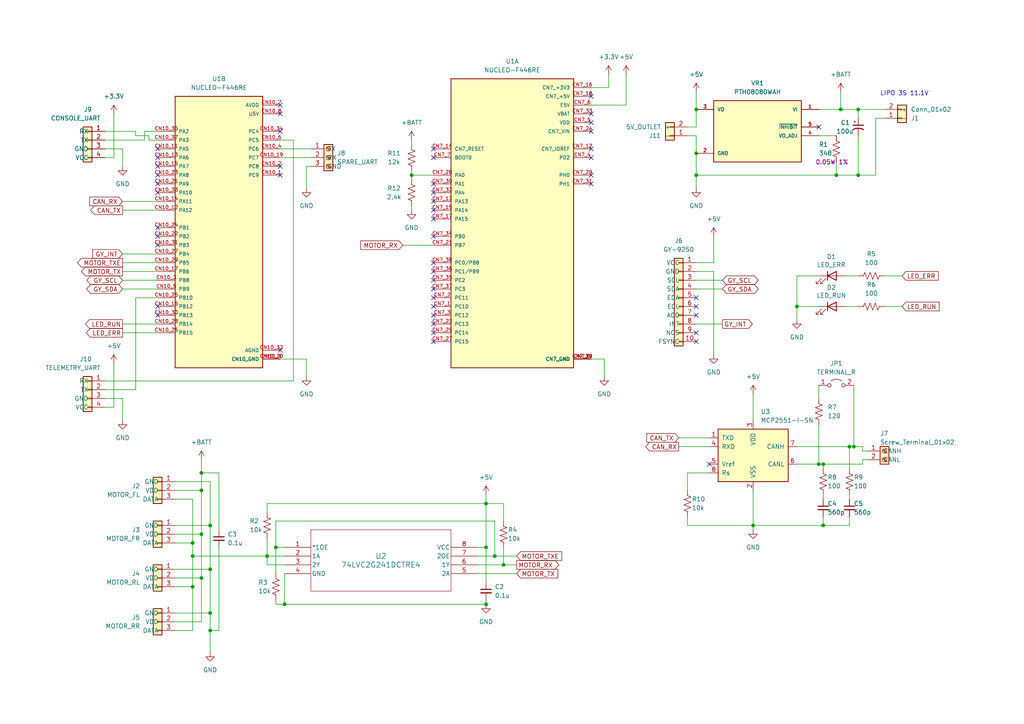
<source format=kicad_sch>
(kicad_sch (version 20230121) (generator eeschema)
  (paper "A4")
  (lib_symbols
    (symbol "74LVC2G241DCT:74LVC2G241DCTRE4" (pin_names (offset 0.254))
      (property "Reference" "U" (at 27.94 10.16 0))
      (property "Value" "74LVC2G241DCTRE4" (at 27.94 7.62 0))
      (symbol "74LVC2G241DCTRE4_0_1"
        (polyline (pts (xy 7.62 -12.7) (xy 48.26 -12.7)) (stroke (width 0.127)))
        (polyline (pts (xy 7.62 5.08) (xy 7.62 -12.7)) (stroke (width 0.127)))
        (polyline (pts (xy 48.26 -12.7) (xy 48.26 5.08)) (stroke (width 0.127)))
        (polyline (pts (xy 48.26 5.08) (xy 7.62 5.08)) (stroke (width 0.127)))
        (pin input line (at 0 0 0) (length 7.62) (name "*1OE") (number "1"))
        (pin input line (at 0 -2.54 0) (length 7.62) (name "1A") (number "2"))
        (pin output line (at 0 -5.08 0) (length 7.62) (name "2Y") (number "3"))
        (pin power_in line (at 0 -7.62 0) (length 7.62) (name "GND") (number "4"))
        (pin input line (at 55.88 -7.62 180) (length 7.62) (name "2A") (number "5"))
        (pin output line (at 55.88 -5.08 180) (length 7.62) (name "1Y") (number "6"))
        (pin input line (at 55.88 -2.54 180) (length 7.62) (name "2OE") (number "7"))
        (pin power_in line (at 55.88 0 180) (length 7.62) (name "VCC") (number "8"))
      )
    )
    (symbol "Connector:Screw_Terminal_01x02" (pin_names (offset 1.016))
      (property "Reference" "J7" (at 2.54 0 0))
      (property "Value" "Screw_Terminal_01x02" (at 2.54 -2.54 0))
      (symbol "Screw_Terminal_01x02_1_1"
        (rectangle (start -1.27 1.27) (end 1.27 -3.81) (stroke (width 0.254)) (fill (type background)))
        (circle (center 0 -2.54) (radius 0.635) (stroke (width 0.1524)))
        (polyline (pts (xy -0.5334 -2.2098) (xy 0.3302 -3.048)) (stroke (width 0.1524)))
        (polyline (pts (xy -0.5334 0.3302) (xy 0.3302 -0.508)) (stroke (width 0.1524)))
        (polyline (pts (xy -0.3556 -2.032) (xy 0.508 -2.8702)) (stroke (width 0.1524)))
        (polyline (pts (xy -0.3556 0.508) (xy 0.508 -0.3302)) (stroke (width 0.1524)))
        (circle (center 0 0) (radius 0.635) (stroke (width 0.1524)))
        (pin passive line (at -5.08 0 0) (length 3.81) (name "CANH") (number "1"))
        (pin passive line (at -5.08 -2.54 0) (length 3.81) (name "CANL") (number "2"))
      )
    )
    (symbol "Connector:Screw_Terminal_01x03" (pin_names (offset 1.016))
      (property "Reference" "J8" (at 2.54 1.27 0))
      (property "Value" "SPARE_UART" (at 2.54 -1.27 0))
      (symbol "Screw_Terminal_01x03_1_1"
        (rectangle (start -1.27 3.81) (end 1.27 -3.81) (stroke (width 0.254)) (fill (type background)))
        (circle (center 0 -2.54) (radius 0.635) (stroke (width 0.1524)))
        (polyline (pts (xy -0.5334 -2.2098) (xy 0.3302 -3.048)) (stroke (width 0.1524)))
        (polyline (pts (xy -0.5334 0.3302) (xy 0.3302 -0.508)) (stroke (width 0.1524)))
        (polyline (pts (xy -0.5334 2.8702) (xy 0.3302 2.032)) (stroke (width 0.1524)))
        (polyline (pts (xy -0.3556 -2.032) (xy 0.508 -2.8702)) (stroke (width 0.1524)))
        (polyline (pts (xy -0.3556 0.508) (xy 0.508 -0.3302)) (stroke (width 0.1524)))
        (polyline (pts (xy -0.3556 3.048) (xy 0.508 2.2098)) (stroke (width 0.1524)))
        (circle (center 0 0) (radius 0.635) (stroke (width 0.1524)))
        (circle (center 0 2.54) (radius 0.635) (stroke (width 0.1524)))
        (pin passive line (at -5.08 2.54 0) (length 3.81) (name "TX") (number "1"))
        (pin passive line (at -5.08 0 0) (length 3.81) (name "RX") (number "2"))
        (pin passive line (at -5.08 -2.54 0) (length 3.81) (name "GND") (number "3"))
      )
    )
    (symbol "Connector_Generic:Conn_01x02" (pin_names (offset 1.016))
      (property "Reference" "J1" (at 2.54 0 0))
      (property "Value" "Conn_01x02" (at 2.54 -2.54 0))
      (symbol "Conn_01x02_1_1"
        (rectangle (start -1.27 -2.413) (end 0 -2.667) (stroke (width 0.1524)))
        (rectangle (start -1.27 0.127) (end 0 -0.127) (stroke (width 0.1524)))
        (rectangle (start -1.27 1.27) (end 1.27 -3.81) (stroke (width 0.254)) (fill (type background)))
        (pin passive line (at -5.08 0 0) (length 3.81) (name "-") (number "1"))
        (pin passive line (at -5.08 -2.54 0) (length 3.81) (name "+") (number "2"))
      )
    )
    (symbol "Connector_Generic:Conn_01x03" (pin_names (offset 1.016))
      (property "Reference" "J2" (at 2.54 1.27 0))
      (property "Value" "Conn_01x03" (at 2.54 -1.27 0))
      (symbol "Conn_01x03_1_1"
        (rectangle (start -1.27 -2.413) (end 0 -2.667) (stroke (width 0.1524)))
        (rectangle (start -1.27 0.127) (end 0 -0.127) (stroke (width 0.1524)))
        (rectangle (start -1.27 2.667) (end 0 2.413) (stroke (width 0.1524)))
        (rectangle (start -1.27 3.81) (end 1.27 -3.81) (stroke (width 0.254)) (fill (type background)))
        (pin power_out line (at -5.08 2.54 0) (length 3.81) (name "GND") (number "1"))
        (pin power_out line (at -5.08 0 0) (length 3.81) (name "VDD") (number "2"))
        (pin bidirectional line (at -5.08 -2.54 0) (length 3.81) (name "DATA") (number "3"))
      )
    )
    (symbol "Connector_Generic:Conn_01x04" (pin_names (offset 1.016))
      (property "Reference" "J5" (at 2.54 0.0001 0))
      (property "Value" "HM-10" (at 2.54 -2.5399 0))
      (symbol "Conn_01x04_1_1"
        (rectangle (start -1.27 -4.953) (end 0 -5.207) (stroke (width 0.1524)))
        (rectangle (start -1.27 -2.413) (end 0 -2.667) (stroke (width 0.1524)))
        (rectangle (start -1.27 0.127) (end 0 -0.127) (stroke (width 0.1524)))
        (rectangle (start -1.27 2.667) (end 0 2.413) (stroke (width 0.1524)))
        (rectangle (start -1.27 3.81) (end 1.27 -6.35) (stroke (width 0.254)) (fill (type background)))
        (pin passive line (at -5.08 2.54 0) (length 3.81) (name "RX") (number "1"))
        (pin passive line (at -5.08 0 0) (length 3.81) (name "TX") (number "2"))
        (pin passive line (at -5.08 -2.54 0) (length 3.81) (name "GND") (number "3"))
        (pin passive line (at -5.08 -5.08 0) (length 3.81) (name "VCC") (number "4"))
      )
    )
    (symbol "Connector_Generic:Conn_01x10" (pin_names (offset 1.016))
      (property "Reference" "J4" (at 0 16.51 0))
      (property "Value" "GY-9250" (at 0 13.97 0))
      (symbol "Conn_01x10_1_1"
        (rectangle (start -1.27 -12.573) (end 0 -12.827) (stroke (width 0.1524)))
        (rectangle (start -1.27 -10.033) (end 0 -10.287) (stroke (width 0.1524)))
        (rectangle (start -1.27 -7.493) (end 0 -7.747) (stroke (width 0.1524)))
        (rectangle (start -1.27 -4.953) (end 0 -5.207) (stroke (width 0.1524)))
        (rectangle (start -1.27 -2.413) (end 0 -2.667) (stroke (width 0.1524)))
        (rectangle (start -1.27 0.127) (end 0 -0.127) (stroke (width 0.1524)))
        (rectangle (start -1.27 2.667) (end 0 2.413) (stroke (width 0.1524)))
        (rectangle (start -1.27 5.207) (end 0 4.953) (stroke (width 0.1524)))
        (rectangle (start -1.27 7.747) (end 0 7.493) (stroke (width 0.1524)))
        (rectangle (start -1.27 10.287) (end 0 10.033) (stroke (width 0.1524)))
        (rectangle (start -1.27 11.43) (end 1.27 -13.97) (stroke (width 0.254)) (fill (type background)))
        (pin passive line (at -5.08 10.16 0) (length 3.81) (name "VCC") (number "1"))
        (pin passive line (at -5.08 -12.7 0) (length 3.81) (name "FSYNC") (number "10"))
        (pin passive line (at -5.08 7.62 0) (length 3.81) (name "GND") (number "2"))
        (pin passive line (at -5.08 5.08 0) (length 3.81) (name "SCL") (number "3"))
        (pin passive line (at -5.08 2.54 0) (length 3.81) (name "SDA") (number "4"))
        (pin passive line (at -5.08 0 0) (length 3.81) (name "EDA") (number "5"))
        (pin passive line (at -5.08 -2.54 0) (length 3.81) (name "ECL") (number "6"))
        (pin passive line (at -5.08 -5.08 0) (length 3.81) (name "AD0") (number "7"))
        (pin passive line (at -5.08 -7.62 0) (length 3.81) (name "INT") (number "8"))
        (pin passive line (at -5.08 -10.16 0) (length 3.81) (name "NCS") (number "9"))
      )
    )
    (symbol "Device:C_Polarized_Small_US" (pin_numbers hide) (pin_names (offset 0.254) hide)
      (property "Reference" "C" (at 0.254 1.778 0))
      (property "Value" "C_Polarized_Small_US" (at 0.254 -2.032 0))
      (symbol "C_Polarized_Small_US_0_1"
        (polyline (pts (xy -1.524 0.508) (xy 1.524 0.508)) (stroke (width 0.3048)))
        (polyline (pts (xy -1.27 1.524) (xy -0.762 1.524)))
        (polyline (pts (xy -1.016 1.27) (xy -1.016 1.778)))
        (arc (start 1.524 -0.762) (mid 0 -0.3734) (end -1.524 -0.762) (stroke (width 0.3048)))
      )
      (symbol "C_Polarized_Small_US_1_1"
        (pin passive line (at 0 2.54 270) (length 2.032) (name "~") (number "1"))
        (pin passive line (at 0 -2.54 90) (length 2.032) (name "~") (number "2"))
      )
    )
    (symbol "Device:C_Small" (pin_numbers hide) (pin_names (offset 0.254) hide)
      (property "Reference" "C" (at 0.254 1.778 0))
      (property "Value" "C_Small" (at 0.254 -2.032 0))
      (symbol "C_Small_0_1"
        (polyline (pts (xy -1.524 -0.508) (xy 1.524 -0.508)) (stroke (width 0.3302)))
        (polyline (pts (xy -1.524 0.508) (xy 1.524 0.508)) (stroke (width 0.3048)))
      )
      (symbol "C_Small_1_1"
        (pin passive line (at 0 2.54 270) (length 2.032) (name "~") (number "1"))
        (pin passive line (at 0 -2.54 90) (length 2.032) (name "~") (number "2"))
      )
    )
    (symbol "Device:LED" (pin_numbers hide) (pin_names (offset 1.016) hide)
      (property "Reference" "D" (at 0 2.54 0))
      (property "Value" "LED" (at 0 -2.54 0))
      (symbol "LED_0_1"
        (polyline (pts (xy -1.27 -1.27) (xy -1.27 1.27)) (stroke (width 0.254)))
        (polyline (pts (xy -1.27 0) (xy 1.27 0)))
        (polyline (pts (xy 1.27 -1.27) (xy 1.27 1.27) (xy -1.27 0) (xy 1.27 -1.27)) (stroke (width 0.254)))
        (polyline (pts (xy -3.048 -0.762) (xy -4.572 -2.286) (xy -3.81 -2.286) (xy -4.572 -2.286) (xy -4.572 -1.524)))
        (polyline (pts (xy -1.778 -0.762) (xy -3.302 -2.286) (xy -2.54 -2.286) (xy -3.302 -2.286) (xy -3.302 -1.524)))
      )
      (symbol "LED_1_1"
        (pin passive line (at -3.81 0 0) (length 2.54) (name "K") (number "1"))
        (pin passive line (at 3.81 0 180) (length 2.54) (name "A") (number "2"))
      )
    )
    (symbol "Device:R_US" (pin_numbers hide) (pin_names (offset 0))
      (property "Reference" "R" (at 2.54 0 90))
      (property "Value" "R_US" (at -2.54 0 90))
      (symbol "R_US_0_1"
        (polyline (pts (xy 0 -2.286) (xy 0 -2.54)))
        (polyline (pts (xy 0 2.286) (xy 0 2.54)))
        (polyline (pts (xy 0 -0.762) (xy 1.016 -1.143) (xy 0 -1.524) (xy -1.016 -1.905) (xy 0 -2.286)))
        (polyline (pts (xy 0 0.762) (xy 1.016 0.381) (xy 0 0) (xy -1.016 -0.381) (xy 0 -0.762)))
        (polyline (pts (xy 0 2.286) (xy 1.016 1.905) (xy 0 1.524) (xy -1.016 1.143) (xy 0 0.762)))
      )
      (symbol "R_US_1_1"
        (pin passive line (at 0 3.81 270) (length 1.27) (name "~") (number "1"))
        (pin passive line (at 0 -3.81 90) (length 1.27) (name "~") (number "2"))
      )
    )
    (symbol "Interface_CAN_LIN:MCP2551-I-SN" (pin_names (offset 1.016))
      (property "Reference" "U" (at -10.16 8.89 0))
      (property "Value" "MCP2551-I-SN" (at 2.54 8.89 0))
      (symbol "MCP2551-I-SN_0_1"
        (rectangle (start -10.16 7.62) (end 10.16 -7.62) (stroke (width 0.254)) (fill (type background)))
      )
      (symbol "MCP2551-I-SN_1_1"
        (pin input line (at -12.7 5.08 0) (length 2.54) (name "TXD") (number "1"))
        (pin power_in line (at 0 -10.16 90) (length 2.54) (name "VSS") (number "2"))
        (pin power_in line (at 0 10.16 270) (length 2.54) (name "VDD") (number "3"))
        (pin output line (at -12.7 2.54 0) (length 2.54) (name "RXD") (number "4"))
        (pin power_out line (at -12.7 -2.54 0) (length 2.54) (name "Vref") (number "5"))
        (pin bidirectional line (at 12.7 -2.54 180) (length 2.54) (name "CANL") (number "6"))
        (pin bidirectional line (at 12.7 2.54 180) (length 2.54) (name "CANH") (number "7"))
        (pin input line (at -12.7 -5.08 0) (length 2.54) (name "Rs") (number "8"))
      )
    )
    (symbol "Jumper:Jumper_2_Open" (pin_names (offset 0) hide)
      (property "Reference" "JP" (at 0 2.794 0))
      (property "Value" "Jumper_2_Open" (at 0 -2.286 0))
      (symbol "Jumper_2_Open_0_0"
        (circle (center -2.032 0) (radius 0.508))
        (circle (center 2.032 0) (radius 0.508))
      )
      (symbol "Jumper_2_Open_0_1"
        (arc (start 1.524 1.27) (mid 0 1.778) (end -1.524 1.27))
      )
      (symbol "Jumper_2_Open_1_1"
        (pin passive line (at -5.08 0 0) (length 2.54) (name "A") (number "1"))
        (pin passive line (at 5.08 0 180) (length 2.54) (name "B") (number "2"))
      )
    )
    (symbol "NUCLEO-F446RE:NUCLEO-F446RE" (pin_names (offset 1.016))
      (property "Reference" "U" (at -17.78 41.91 0))
      (property "Value" "NUCLEO-F446RE" (at -17.78 -44.45 0))
      (symbol "NUCLEO-F446RE_1_0"
        (rectangle (start -17.78 -43.18) (end 17.78 40.64) (stroke (width 0.254)) (fill (type background)))
        (pin bidirectional line (at -22.86 -25.4 0) (length 5.08) (name "PC10") (number "CN7_1"))
        (pin bidirectional line (at 22.86 20.32 180) (length 5.08) (name "CN7_IOREF") (number "CN7_12"))
        (pin bidirectional line (at -22.86 5.08 0) (length 5.08) (name "PA13") (number "CN7_13"))
        (pin bidirectional line (at -22.86 20.32 0) (length 5.08) (name "CN7_RESET") (number "CN7_14"))
        (pin bidirectional line (at -22.86 2.54 0) (length 5.08) (name "PA14") (number "CN7_15"))
        (pin power_in line (at 22.86 38.1 180) (length 5.08) (name "CN7_+3V3") (number "CN7_16"))
        (pin bidirectional line (at -22.86 0 0) (length 5.08) (name "PA15") (number "CN7_17"))
        (pin power_in line (at 22.86 35.56 180) (length 5.08) (name "CN7_+5V") (number "CN7_18"))
        (pin power_in line (at 22.86 -40.64 180) (length 5.08) (name "CN7_GND") (number "CN7_19"))
        (pin bidirectional line (at -22.86 -22.86 0) (length 5.08) (name "PC11") (number "CN7_2"))
        (pin power_in line (at 22.86 -40.64 180) (length 5.08) (name "CN7_GND") (number "CN7_20"))
        (pin bidirectional line (at -22.86 -7.62 0) (length 5.08) (name "PB7") (number "CN7_21"))
        (pin power_in line (at 22.86 -40.64 180) (length 5.08) (name "CN7_GND") (number "CN7_22"))
        (pin bidirectional line (at -22.86 -30.48 0) (length 5.08) (name "PC13") (number "CN7_23"))
        (pin power_in line (at 22.86 25.4 180) (length 5.08) (name "CN7_VIN") (number "CN7_24"))
        (pin bidirectional line (at -22.86 -33.02 0) (length 5.08) (name "PC14") (number "CN7_25"))
        (pin bidirectional line (at -22.86 -35.56 0) (length 5.08) (name "PC15") (number "CN7_27"))
        (pin bidirectional line (at -22.86 12.7 0) (length 5.08) (name "PA0") (number "CN7_28"))
        (pin bidirectional line (at 22.86 12.7 180) (length 5.08) (name "PH0") (number "CN7_29"))
        (pin bidirectional line (at -22.86 -27.94 0) (length 5.08) (name "PC12") (number "CN7_3"))
        (pin bidirectional line (at -22.86 10.16 0) (length 5.08) (name "PA1") (number "CN7_30"))
        (pin bidirectional line (at 22.86 10.16 180) (length 5.08) (name "PH1") (number "CN7_31"))
        (pin bidirectional line (at -22.86 7.62 0) (length 5.08) (name "PA4") (number "CN7_32"))
        (pin power_in line (at 22.86 30.48 180) (length 5.08) (name "VBAT") (number "CN7_33"))
        (pin bidirectional line (at -22.86 -5.08 0) (length 5.08) (name "PB0") (number "CN7_34"))
        (pin bidirectional line (at -22.86 -17.78 0) (length 5.08) (name "PC2") (number "CN7_35"))
        (pin bidirectional line (at -22.86 -15.24 0) (length 5.08) (name "PC1/PB9") (number "CN7_36"))
        (pin bidirectional line (at -22.86 -20.32 0) (length 5.08) (name "PC3") (number "CN7_37"))
        (pin bidirectional line (at -22.86 -12.7 0) (length 5.08) (name "PC0/PB8") (number "CN7_38"))
        (pin bidirectional line (at 22.86 17.78 180) (length 5.08) (name "PD2") (number "CN7_4"))
        (pin power_in line (at 22.86 27.94 180) (length 5.08) (name "VDD") (number "CN7_5"))
        (pin power_in line (at 22.86 33.02 180) (length 5.08) (name "E5V") (number "CN7_6"))
        (pin bidirectional line (at -22.86 17.78 0) (length 5.08) (name "BOOT0") (number "CN7_7"))
        (pin power_in line (at 22.86 -40.64 180) (length 5.08) (name "CN7_GND") (number "CN7_8"))
      )
      (symbol "NUCLEO-F446RE_2_0"
        (rectangle (start -12.7 -40.64) (end 12.7 38.1) (stroke (width 0.254)) (fill (type background)))
        (pin bidirectional line (at 17.78 15.24 180) (length 5.08) (name "PC9") (number "CN10_1"))
        (pin bidirectional line (at -17.78 22.86 0) (length 5.08) (name "PA5") (number "CN10_11"))
        (pin bidirectional line (at -17.78 5.08 0) (length 5.08) (name "PA12") (number "CN10_12"))
        (pin bidirectional line (at -17.78 20.32 0) (length 5.08) (name "PA6") (number "CN10_13"))
        (pin bidirectional line (at -17.78 7.62 0) (length 5.08) (name "PA11") (number "CN10_14"))
        (pin bidirectional line (at -17.78 17.78 0) (length 5.08) (name "PA7") (number "CN10_15"))
        (pin bidirectional line (at -17.78 -22.86 0) (length 5.08) (name "PB12") (number "CN10_16"))
        (pin bidirectional line (at -17.78 -12.7 0) (length 5.08) (name "PB6") (number "CN10_17"))
        (pin bidirectional line (at 17.78 20.32 180) (length 5.08) (name "PC7") (number "CN10_19"))
        (pin bidirectional line (at 17.78 17.78 180) (length 5.08) (name "PC8") (number "CN10_2"))
        (pin power_in line (at 17.78 -38.1 180) (length 5.08) (name "CN10_GND") (number "CN10_20"))
        (pin bidirectional line (at -17.78 12.7 0) (length 5.08) (name "PA9") (number "CN10_21"))
        (pin bidirectional line (at -17.78 -2.54 0) (length 5.08) (name "PB2") (number "CN10_22"))
        (pin bidirectional line (at -17.78 15.24 0) (length 5.08) (name "PA8") (number "CN10_23"))
        (pin bidirectional line (at -17.78 0 0) (length 5.08) (name "PB1") (number "CN10_24"))
        (pin bidirectional line (at -17.78 -20.32 0) (length 5.08) (name "PB10") (number "CN10_25"))
        (pin bidirectional line (at -17.78 -30.48 0) (length 5.08) (name "PB15") (number "CN10_26"))
        (pin bidirectional line (at -17.78 -7.62 0) (length 5.08) (name "PB4") (number "CN10_27"))
        (pin bidirectional line (at -17.78 -27.94 0) (length 5.08) (name "PB14") (number "CN10_28"))
        (pin bidirectional line (at -17.78 -10.16 0) (length 5.08) (name "PB5") (number "CN10_29"))
        (pin bidirectional line (at -17.78 -15.24 0) (length 5.08) (name "PB8") (number "CN10_3"))
        (pin bidirectional line (at -17.78 -25.4 0) (length 5.08) (name "PB13") (number "CN10_30"))
        (pin bidirectional line (at -17.78 -5.08 0) (length 5.08) (name "PB3") (number "CN10_31"))
        (pin power_in line (at 17.78 -35.56 180) (length 5.08) (name "AGND") (number "CN10_32"))
        (pin bidirectional line (at -17.78 10.16 0) (length 5.08) (name "PA10") (number "CN10_33"))
        (pin bidirectional line (at 17.78 27.94 180) (length 5.08) (name "PC4") (number "CN10_34"))
        (pin bidirectional line (at -17.78 27.94 0) (length 5.08) (name "PA2") (number "CN10_35"))
        (pin bidirectional line (at -17.78 25.4 0) (length 5.08) (name "PA3") (number "CN10_37"))
        (pin bidirectional line (at 17.78 22.86 180) (length 5.08) (name "PC6") (number "CN10_4"))
        (pin bidirectional line (at -17.78 -17.78 0) (length 5.08) (name "PB9") (number "CN10_5"))
        (pin bidirectional line (at 17.78 25.4 180) (length 5.08) (name "PC5") (number "CN10_6"))
        (pin power_in line (at 17.78 35.56 180) (length 5.08) (name "AVDD") (number "CN10_7"))
        (pin power_in line (at 17.78 33.02 180) (length 5.08) (name "U5V") (number "CN10_8"))
        (pin power_in line (at 17.78 -38.1 180) (length 5.08) (name "CN10_GND") (number "CN10_9"))
      )
      (symbol "NUCLEO-F446RE_3_0"
        (rectangle (start -15.24 -12.7) (end 15.24 10.16) (stroke (width 0.254)) (fill (type background)))
        (pin bidirectional line (at -20.32 -5.08 0) (length 5.08) (name "CN6_IOREF") (number "CN6_2"))
        (pin bidirectional line (at -20.32 -2.54 0) (length 5.08) (name "CN6_RESET") (number "CN6_3"))
        (pin power_in line (at 20.32 2.54 180) (length 5.08) (name "CN6_+3V3") (number "CN6_4"))
        (pin power_in line (at 20.32 5.08 180) (length 5.08) (name "CN6_+5V") (number "CN6_5"))
        (pin power_in line (at 20.32 -10.16 180) (length 5.08) (name "CN6_GND") (number "CN6_6"))
        (pin power_in line (at 20.32 -10.16 180) (length 5.08) (name "CN6_GND") (number "CN6_7"))
        (pin power_in line (at 20.32 7.62 180) (length 5.08) (name "CN6_VIN") (number "CN6_8"))
      )
      (symbol "NUCLEO-F446RE_4_0"
        (rectangle (start -5.08 -12.7) (end 5.08 12.7) (stroke (width 0.254)) (fill (type background)))
        (pin input line (at -10.16 10.16 0) (length 5.08) (name "D0") (number "CN9_1"))
        (pin output line (at -10.16 7.62 0) (length 5.08) (name "D1") (number "CN9_2"))
        (pin bidirectional line (at -10.16 2.54 0) (length 5.08) (name "D2") (number "CN9_3"))
        (pin bidirectional line (at -10.16 0 0) (length 5.08) (name "D3") (number "CN9_4"))
        (pin bidirectional line (at -10.16 -2.54 0) (length 5.08) (name "D4") (number "CN9_5"))
        (pin bidirectional line (at -10.16 -5.08 0) (length 5.08) (name "D5") (number "CN9_6"))
        (pin bidirectional line (at -10.16 -7.62 0) (length 5.08) (name "D6") (number "CN9_7"))
        (pin bidirectional line (at -10.16 -10.16 0) (length 5.08) (name "D7") (number "CN9_8"))
      )
      (symbol "NUCLEO-F446RE_5_0"
        (rectangle (start -5.08 -10.16) (end 5.08 7.62) (stroke (width 0.254)) (fill (type background)))
        (pin input line (at -10.16 5.08 0) (length 5.08) (name "A0") (number "CN8_1"))
        (pin input line (at -10.16 2.54 0) (length 5.08) (name "A1") (number "CN8_2"))
        (pin input line (at -10.16 0 0) (length 5.08) (name "A2") (number "CN8_3"))
        (pin input line (at -10.16 -2.54 0) (length 5.08) (name "A3") (number "CN8_4"))
        (pin input line (at -10.16 -5.08 0) (length 5.08) (name "A4") (number "CN8_5"))
        (pin input line (at -10.16 -7.62 0) (length 5.08) (name "A5") (number "CN8_6"))
      )
      (symbol "NUCLEO-F446RE_6_0"
        (rectangle (start -10.16 -17.78) (end 10.16 15.24) (stroke (width 0.254)) (fill (type background)))
        (pin bidirectional line (at -15.24 7.62 0) (length 5.08) (name "D8") (number "CN5_1"))
        (pin bidirectional clock (at -15.24 -10.16 0) (length 5.08) (name "D15") (number "CN5_10"))
        (pin bidirectional line (at -15.24 5.08 0) (length 5.08) (name "D9") (number "CN5_2"))
        (pin bidirectional line (at -15.24 2.54 0) (length 5.08) (name "D10") (number "CN5_3"))
        (pin bidirectional line (at -15.24 0 0) (length 5.08) (name "D11") (number "CN5_4"))
        (pin bidirectional line (at -15.24 -2.54 0) (length 5.08) (name "D12") (number "CN5_5"))
        (pin bidirectional clock (at -15.24 -5.08 0) (length 5.08) (name "D13") (number "CN5_6"))
        (pin power_in line (at 15.24 -15.24 180) (length 5.08) (name "CN5_GND") (number "CN5_7"))
        (pin power_in line (at 15.24 12.7 180) (length 5.08) (name "AREF") (number "CN5_8"))
        (pin bidirectional line (at -15.24 -7.62 0) (length 5.08) (name "D14") (number "CN5_9"))
      )
    )
    (symbol "PTH08080WAH:PTH08080WAH" (pin_names (offset 1.016))
      (property "Reference" "VR" (at -12.7 8.128 0))
      (property "Value" "PTH08080WAH" (at -12.7 -12.7 0))
      (symbol "PTH08080WAH_0_0"
        (rectangle (start -12.7 -10.16) (end 12.7 7.62) (stroke (width 0.254)) (fill (type background)))
        (pin input line (at -17.78 5.08 0) (length 5.08) (name "VI") (number "1"))
        (pin power_in line (at 17.78 -7.62 180) (length 5.08) (name "GND") (number "2"))
        (pin output line (at 17.78 5.08 180) (length 5.08) (name "VO") (number "3"))
        (pin input line (at -17.78 -2.54 0) (length 5.08) (name "VO_ADJ") (number "4"))
        (pin input line (at -17.78 0 0) (length 5.08) (name "~{INHIBIT}") (number "5"))
      )
    )
    (symbol "power:+3.3V" (power) (pin_names (offset 0))
      (property "Value" "+3.3V" (at 0 3.556 0))
      (symbol "+3.3V_0_1"
        (polyline (pts (xy -0.762 1.27) (xy 0 2.54)))
        (polyline (pts (xy 0 0) (xy 0 2.54)))
        (polyline (pts (xy 0 2.54) (xy 0.762 1.27)))
      )
      (symbol "+3.3V_1_1"
        (pin power_in line (at 0 0 90) (length 0) hide (name "+3.3V") (number "1"))
      )
    )
    (symbol "power:+5V" (power) (pin_names (offset 0))
      (property "Value" "+5V" (at 0 3.556 0))
      (symbol "+5V_0_1"
        (polyline (pts (xy -0.762 1.27) (xy 0 2.54)))
        (polyline (pts (xy 0 0) (xy 0 2.54)))
        (polyline (pts (xy 0 2.54) (xy 0.762 1.27)))
      )
      (symbol "+5V_1_1"
        (pin power_in line (at 0 0 90) (length 0) hide (name "+5V") (number "1"))
      )
    )
    (symbol "power:+BATT" (power) (pin_names (offset 0))
      (property "Value" "+BATT" (at 0 3.556 0))
      (symbol "+BATT_0_1"
        (polyline (pts (xy -0.762 1.27) (xy 0 2.54)))
        (polyline (pts (xy 0 0) (xy 0 2.54)))
        (polyline (pts (xy 0 2.54) (xy 0.762 1.27)))
      )
      (symbol "+BATT_1_1"
        (pin power_in line (at 0 0 90) (length 0) hide (name "+BATT") (number "1"))
      )
    )
    (symbol "power:GND" (power) (pin_names (offset 0))
      (property "Value" "GND" (at 0 -3.81 0))
      (symbol "GND_0_1"
        (polyline (pts (xy 0 0) (xy 0 -1.27) (xy 1.27 -1.27) (xy 0 -2.54) (xy -1.27 -1.27) (xy 0 -1.27)))
      )
      (symbol "GND_1_1"
        (pin power_in line (at 0 0 270) (length 0) hide (name "GND") (number "1"))
      )
    )
  )
  (junction (at 60.96 177.8))
  (junction (at 243.84 31.75))
  (junction (at 237.49 134.62))
  (junction (at 242.57 50.8))
  (junction (at 231.14 88.9))
  (junction (at 58.42 154.94))
  (junction (at 218.44 152.4))
  (junction (at 246.38 129.54))
  (junction (at 238.76 134.62))
  (junction (at 119.38 50.8))
  (junction (at 247.65 129.54))
  (junction (at 238.76 152.4))
  (junction (at 248.92 31.75))
  (junction (at 58.42 142.24))
  (junction (at 55.88 161.29))
  (junction (at 77.47 161.29))
  (junction (at 58.42 167.64))
  (junction (at 60.96 182.88))
  (junction (at 140.97 175.26))
  (junction (at 58.42 137.16))
  (junction (at 82.55 175.26))
  (junction (at 55.88 157.48))
  (junction (at 248.92 50.8))
  (junction (at 80.01 158.75))
  (junction (at 60.96 152.4))
  (junction (at 140.97 158.75))
  (junction (at 146.05 163.83))
  (junction (at 140.97 146.05))
  (junction (at 201.93 44.45))
  (junction (at 201.93 50.8))
  (junction (at 55.88 170.18))
  (junction (at 201.93 31.75))
  (junction (at 60.96 165.1))
  (junction (at 143.51 161.29))
  (no_connect (at 205.74 134.62))
  (no_connect (at 125.73 45.72))
  (no_connect (at 45.72 66.04))
  (no_connect (at 201.93 96.52))
  (no_connect (at 125.73 86.36))
  (no_connect (at 171.45 27.94))
  (no_connect (at 171.45 33.02))
  (no_connect (at 45.72 45.72))
  (no_connect (at 81.28 50.8))
  (no_connect (at 125.73 63.5))
  (no_connect (at 201.93 86.36))
  (no_connect (at 171.45 53.34))
  (no_connect (at 125.73 99.06))
  (no_connect (at 125.73 60.96))
  (no_connect (at 201.93 88.9))
  (no_connect (at 45.72 53.34))
  (no_connect (at 81.28 33.02))
  (no_connect (at 81.28 30.48))
  (no_connect (at 125.73 83.82))
  (no_connect (at 81.28 38.1))
  (no_connect (at 81.28 101.6))
  (no_connect (at 81.28 48.26))
  (no_connect (at 125.73 88.9))
  (no_connect (at 171.45 35.56))
  (no_connect (at 45.72 88.9))
  (no_connect (at 125.73 53.34))
  (no_connect (at 125.73 58.42))
  (no_connect (at 125.73 78.74))
  (no_connect (at 171.45 43.18))
  (no_connect (at 45.72 68.58))
  (no_connect (at 125.73 55.88))
  (no_connect (at 45.72 50.8))
  (no_connect (at 45.72 43.18))
  (no_connect (at 45.72 91.44))
  (no_connect (at 201.93 99.06))
  (no_connect (at 125.73 68.58))
  (no_connect (at 125.73 81.28))
  (no_connect (at 45.72 55.88))
  (no_connect (at 45.72 71.12))
  (no_connect (at 171.45 38.1))
  (no_connect (at 125.73 76.2))
  (no_connect (at 237.49 36.83))
  (no_connect (at 171.45 50.8))
  (no_connect (at 171.45 45.72))
  (no_connect (at 125.73 91.44))
  (no_connect (at 125.73 96.52))
  (no_connect (at 45.72 48.26))
  (no_connect (at 201.93 91.44))
  (no_connect (at 125.73 43.18))
  (no_connect (at 125.73 93.98))
  (wire (pts (xy 248.92 31.75) (xy 256.54 31.75)))
  (wire (pts (xy 77.47 161.29) (xy 82.55 161.29)))
  (wire (pts (xy 60.96 165.1) (xy 60.96 177.8)))
  (wire (pts (xy 80.01 158.75) (xy 80.01 166.37)))
  (wire (pts (xy 256.54 34.29) (xy 254 34.29)))
  (wire (pts (xy 207.01 78.74) (xy 207.01 102.87)))
  (wire (pts (xy 238.76 134.62) (xy 238.76 135.89)))
  (wire (pts (xy 80.01 151.13) (xy 143.51 151.13)))
  (wire (pts (xy 50.8 167.64) (xy 58.42 167.64)))
  (wire (pts (xy 140.97 158.75) (xy 140.97 168.91)))
  (wire (pts (xy 39.37 86.36) (xy 45.72 86.36)))
  (wire (pts (xy 242.57 46.99) (xy 242.57 50.8)))
  (wire (pts (xy 88.9 104.14) (xy 81.28 104.14)))
  (wire (pts (xy 82.55 163.83) (xy 77.47 163.83)))
  (wire (pts (xy 60.96 152.4) (xy 60.96 165.1)))
  (wire (pts (xy 50.8 180.34) (xy 58.42 180.34)))
  (wire (pts (xy 218.44 152.4) (xy 218.44 153.67)))
  (wire (pts (xy 250.19 133.35) (xy 251.46 133.35)))
  (wire (pts (xy 39.37 38.1) (xy 39.37 39.37)))
  (wire (pts (xy 50.8 152.4) (xy 60.96 152.4)))
  (wire (pts (xy 171.45 104.14) (xy 175.26 104.14)))
  (wire (pts (xy 35.56 78.74) (xy 45.72 78.74)))
  (wire (pts (xy 58.42 154.94) (xy 58.42 142.24)))
  (wire (pts (xy 39.37 113.03) (xy 39.37 86.36)))
  (wire (pts (xy 35.56 73.66) (xy 45.72 73.66)))
  (wire (pts (xy 58.42 180.34) (xy 58.42 167.64)))
  (wire (pts (xy 140.97 146.05) (xy 140.97 158.75)))
  (wire (pts (xy 30.48 113.03) (xy 39.37 113.03)))
  (wire (pts (xy 140.97 143.51) (xy 140.97 146.05)))
  (wire (pts (xy 63.5 182.88) (xy 60.96 182.88)))
  (wire (pts (xy 201.93 31.75) (xy 201.93 36.83)))
  (wire (pts (xy 33.02 118.11) (xy 33.02 105.41)))
  (wire (pts (xy 196.85 127) (xy 205.74 127)))
  (wire (pts (xy 199.39 137.16) (xy 205.74 137.16)))
  (wire (pts (xy 88.9 109.22) (xy 88.9 104.14)))
  (wire (pts (xy 35.56 58.42) (xy 45.72 58.42)))
  (wire (pts (xy 43.18 39.37) (xy 43.18 40.64)))
  (wire (pts (xy 201.93 81.28) (xy 209.55 81.28)))
  (wire (pts (xy 207.01 76.2) (xy 207.01 68.58)))
  (wire (pts (xy 218.44 114.3) (xy 218.44 121.92)))
  (wire (pts (xy 238.76 152.4) (xy 238.76 149.86)))
  (wire (pts (xy 116.84 71.12) (xy 125.73 71.12)))
  (wire (pts (xy 256.54 80.01) (xy 261.62 80.01)))
  (wire (pts (xy 231.14 80.01) (xy 231.14 88.9)))
  (wire (pts (xy 246.38 149.86) (xy 246.38 152.4)))
  (wire (pts (xy 247.65 129.54) (xy 250.19 129.54)))
  (wire (pts (xy 58.42 167.64) (xy 58.42 154.94)))
  (wire (pts (xy 254 34.29) (xy 254 50.8)))
  (wire (pts (xy 247.65 111.76) (xy 247.65 129.54)))
  (wire (pts (xy 231.14 80.01) (xy 237.49 80.01)))
  (wire (pts (xy 140.97 173.99) (xy 140.97 175.26)))
  (wire (pts (xy 82.55 175.26) (xy 82.55 166.37)))
  (wire (pts (xy 85.09 110.49) (xy 85.09 40.64)))
  (wire (pts (xy 143.51 161.29) (xy 138.43 161.29)))
  (wire (pts (xy 176.53 25.4) (xy 171.45 25.4)))
  (wire (pts (xy 201.93 26.67) (xy 201.93 31.75)))
  (wire (pts (xy 146.05 151.13) (xy 146.05 146.05)))
  (wire (pts (xy 175.26 104.14) (xy 175.26 109.22)))
  (wire (pts (xy 201.93 83.82) (xy 209.55 83.82)))
  (wire (pts (xy 55.88 161.29) (xy 55.88 157.48)))
  (wire (pts (xy 35.56 115.57) (xy 30.48 115.57)))
  (wire (pts (xy 238.76 134.62) (xy 250.19 134.62)))
  (wire (pts (xy 231.14 129.54) (xy 246.38 129.54)))
  (wire (pts (xy 77.47 163.83) (xy 77.47 161.29)))
  (wire (pts (xy 50.8 154.94) (xy 58.42 154.94)))
  (wire (pts (xy 143.51 151.13) (xy 143.51 161.29)))
  (wire (pts (xy 30.48 38.1) (xy 39.37 38.1)))
  (wire (pts (xy 50.8 142.24) (xy 58.42 142.24)))
  (wire (pts (xy 242.57 50.8) (xy 248.92 50.8)))
  (wire (pts (xy 250.19 130.81) (xy 251.46 130.81)))
  (wire (pts (xy 238.76 143.51) (xy 238.76 144.78)))
  (wire (pts (xy 30.48 45.72) (xy 33.02 45.72)))
  (wire (pts (xy 248.92 39.37) (xy 248.92 50.8)))
  (wire (pts (xy 246.38 152.4) (xy 238.76 152.4)))
  (wire (pts (xy 60.96 177.8) (xy 50.8 177.8)))
  (wire (pts (xy 77.47 146.05) (xy 77.47 148.59)))
  (wire (pts (xy 218.44 142.24) (xy 218.44 152.4)))
  (wire (pts (xy 119.38 52.07) (xy 119.38 50.8)))
  (wire (pts (xy 63.5 153.67) (xy 63.5 137.16)))
  (wire (pts (xy 30.48 118.11) (xy 33.02 118.11)))
  (wire (pts (xy 243.84 26.67) (xy 243.84 31.75)))
  (wire (pts (xy 35.56 60.96) (xy 45.72 60.96)))
  (wire (pts (xy 55.88 182.88) (xy 55.88 170.18)))
  (wire (pts (xy 199.39 142.24) (xy 199.39 137.16)))
  (wire (pts (xy 39.37 39.37) (xy 43.18 39.37)))
  (wire (pts (xy 246.38 129.54) (xy 246.38 135.89)))
  (wire (pts (xy 237.49 39.37) (xy 242.57 39.37)))
  (wire (pts (xy 201.93 76.2) (xy 207.01 76.2)))
  (wire (pts (xy 50.8 170.18) (xy 55.88 170.18)))
  (wire (pts (xy 201.93 78.74) (xy 207.01 78.74)))
  (wire (pts (xy 45.72 38.1) (xy 41.91 38.1)))
  (wire (pts (xy 201.93 39.37) (xy 199.39 39.37)))
  (wire (pts (xy 77.47 156.21) (xy 77.47 161.29)))
  (wire (pts (xy 146.05 158.75) (xy 146.05 163.83)))
  (wire (pts (xy 60.96 182.88) (xy 60.96 189.23)))
  (wire (pts (xy 218.44 152.4) (xy 238.76 152.4)))
  (wire (pts (xy 50.8 165.1) (xy 60.96 165.1)))
  (wire (pts (xy 35.56 76.2) (xy 45.72 76.2)))
  (wire (pts (xy 35.56 43.18) (xy 35.56 48.26)))
  (wire (pts (xy 248.92 31.75) (xy 248.92 34.29)))
  (wire (pts (xy 55.88 170.18) (xy 55.88 161.29)))
  (wire (pts (xy 119.38 41.91) (xy 119.38 40.64)))
  (wire (pts (xy 201.93 93.98) (xy 209.55 93.98)))
  (wire (pts (xy 81.28 45.72) (xy 90.17 45.72)))
  (wire (pts (xy 199.39 152.4) (xy 218.44 152.4)))
  (wire (pts (xy 33.02 45.72) (xy 33.02 33.02)))
  (wire (pts (xy 30.48 40.64) (xy 41.91 40.64)))
  (wire (pts (xy 50.8 144.78) (xy 55.88 144.78)))
  (wire (pts (xy 237.49 123.19) (xy 237.49 134.62)))
  (wire (pts (xy 201.93 36.83) (xy 199.39 36.83)))
  (wire (pts (xy 231.14 134.62) (xy 237.49 134.62)))
  (wire (pts (xy 146.05 163.83) (xy 149.86 163.83)))
  (wire (pts (xy 119.38 49.53) (xy 119.38 50.8)))
  (wire (pts (xy 245.11 80.01) (xy 248.92 80.01)))
  (wire (pts (xy 256.54 88.9) (xy 261.62 88.9)))
  (wire (pts (xy 30.48 43.18) (xy 35.56 43.18)))
  (wire (pts (xy 85.09 40.64) (xy 81.28 40.64)))
  (wire (pts (xy 231.14 92.71) (xy 231.14 88.9)))
  (wire (pts (xy 201.93 50.8) (xy 242.57 50.8)))
  (wire (pts (xy 119.38 60.96) (xy 119.38 59.69)))
  (wire (pts (xy 250.19 133.35) (xy 250.19 134.62)))
  (wire (pts (xy 55.88 161.29) (xy 77.47 161.29)))
  (wire (pts (xy 119.38 50.8) (xy 125.73 50.8)))
  (wire (pts (xy 237.49 31.75) (xy 243.84 31.75)))
  (wire (pts (xy 140.97 175.26) (xy 82.55 175.26)))
  (wire (pts (xy 41.91 38.1) (xy 41.91 40.64)))
  (wire (pts (xy 245.11 88.9) (xy 248.92 88.9)))
  (wire (pts (xy 63.5 137.16) (xy 58.42 137.16)))
  (wire (pts (xy 90.17 48.26) (xy 88.9 48.26)))
  (wire (pts (xy 35.56 93.98) (xy 45.72 93.98)))
  (wire (pts (xy 231.14 88.9) (xy 237.49 88.9)))
  (wire (pts (xy 63.5 158.75) (xy 63.5 182.88)))
  (wire (pts (xy 143.51 161.29) (xy 149.86 161.29)))
  (wire (pts (xy 246.38 143.51) (xy 246.38 144.78)))
  (wire (pts (xy 201.93 44.45) (xy 201.93 39.37)))
  (wire (pts (xy 201.93 44.45) (xy 201.93 50.8)))
  (wire (pts (xy 199.39 149.86) (xy 199.39 152.4)))
  (wire (pts (xy 58.42 137.16) (xy 58.42 133.35)))
  (wire (pts (xy 243.84 31.75) (xy 248.92 31.75)))
  (wire (pts (xy 138.43 166.37) (xy 149.86 166.37)))
  (wire (pts (xy 246.38 129.54) (xy 247.65 129.54)))
  (wire (pts (xy 35.56 81.28) (xy 45.72 81.28)))
  (wire (pts (xy 250.19 129.54) (xy 250.19 130.81)))
  (wire (pts (xy 88.9 48.26) (xy 88.9 54.61)))
  (wire (pts (xy 146.05 146.05) (xy 140.97 146.05)))
  (wire (pts (xy 201.93 50.8) (xy 201.93 54.61)))
  (wire (pts (xy 30.48 110.49) (xy 85.09 110.49)))
  (wire (pts (xy 60.96 177.8) (xy 60.96 182.88)))
  (wire (pts (xy 81.28 43.18) (xy 90.17 43.18)))
  (wire (pts (xy 35.56 83.82) (xy 45.72 83.82)))
  (wire (pts (xy 50.8 182.88) (xy 55.88 182.88)))
  (wire (pts (xy 82.55 158.75) (xy 80.01 158.75)))
  (wire (pts (xy 80.01 173.99) (xy 80.01 175.26)))
  (wire (pts (xy 55.88 144.78) (xy 55.88 157.48)))
  (wire (pts (xy 138.43 163.83) (xy 146.05 163.83)))
  (wire (pts (xy 196.85 129.54) (xy 205.74 129.54)))
  (wire (pts (xy 140.97 158.75) (xy 138.43 158.75)))
  (wire (pts (xy 55.88 157.48) (xy 50.8 157.48)))
  (wire (pts (xy 80.01 175.26) (xy 82.55 175.26)))
  (wire (pts (xy 77.47 146.05) (xy 140.97 146.05)))
  (wire (pts (xy 176.53 21.59) (xy 176.53 25.4)))
  (wire (pts (xy 35.56 115.57) (xy 35.56 121.92)))
  (wire (pts (xy 80.01 158.75) (xy 80.01 151.13)))
  (wire (pts (xy 181.61 30.48) (xy 171.45 30.48)))
  (wire (pts (xy 43.18 40.64) (xy 45.72 40.64)))
  (wire (pts (xy 35.56 96.52) (xy 45.72 96.52)))
  (wire (pts (xy 181.61 21.59) (xy 181.61 30.48)))
  (wire (pts (xy 248.92 50.8) (xy 254 50.8)))
  (wire (pts (xy 60.96 139.7) (xy 60.96 152.4)))
  (wire (pts (xy 237.49 111.76) (xy 237.49 115.57)))
  (wire (pts (xy 50.8 139.7) (xy 60.96 139.7)))
  (wire (pts (xy 58.42 142.24) (xy 58.42 137.16)))
  (wire (pts (xy 237.49 134.62) (xy 238.76 134.62)))
  (text "LIPO 3S 11.1V\n" (at 255.27 27.94 0) (effects (font (size 1.27 1.27)) (justify left bottom)))
  (global_label "MOTOR_TXE" (shape input) (at 149.86 161.29 0) (property "Intersheetrefs" "${INTERSHEET_REFS}" (effects hide)))
  (global_label "LED_RUN" (shape output) (at 35.56 93.98 180) (property "Intersheetrefs" "${INTERSHEET_REFS}" (effects hide)))
  (global_label "CAN_TX" (shape output) (at 35.56 60.96 180) (property "Intersheetrefs" "${INTERSHEET_REFS}" (effects hide)))
  (global_label "GY_INT" (shape output) (at 209.55 93.98 0) (property "Intersheetrefs" "${INTERSHEET_REFS}" (effects hide)))
  (global_label "CAN_RX" (shape output) (at 196.85 129.54 180) (property "Intersheetrefs" "${INTERSHEET_REFS}" (effects hide)))
  (global_label "GY_SDA" (shape bidirectional) (at 209.55 83.82 0) (property "Intersheetrefs" "${INTERSHEET_REFS}" (effects hide)))
  (global_label "GY_INT" (shape input) (at 35.56 73.66 180) (property "Intersheetrefs" "${INTERSHEET_REFS}" (effects hide)))
  (global_label "MOTOR_TX" (shape input) (at 149.86 166.37 0) (property "Intersheetrefs" "${INTERSHEET_REFS}" (effects hide)))
  (global_label "LED_ERR" (shape input) (at 261.62 80.01 0) (property "Intersheetrefs" "${INTERSHEET_REFS}" (effects hide)))
  (global_label "GY_SCL" (shape bidirectional) (at 209.55 81.28 0) (property "Intersheetrefs" "${INTERSHEET_REFS}" (effects hide)))
  (global_label "CAN_TX" (shape input) (at 196.85 127 180) (property "Intersheetrefs" "${INTERSHEET_REFS}" (effects hide)))
  (global_label "CAN_RX" (shape input) (at 35.56 58.42 180) (property "Intersheetrefs" "${INTERSHEET_REFS}" (effects hide)))
  (global_label "GY_SDA" (shape bidirectional) (at 35.56 83.82 180) (property "Intersheetrefs" "${INTERSHEET_REFS}" (effects hide)))
  (global_label "LED_RUN" (shape input) (at 261.62 88.9 0) (property "Intersheetrefs" "${INTERSHEET_REFS}" (effects hide)))
  (global_label "MOTOR_TXE" (shape output) (at 35.56 76.2 180) (property "Intersheetrefs" "${INTERSHEET_REFS}" (effects hide)))
  (global_label "MOTOR_RX" (shape input) (at 116.84 71.12 180) (property "Intersheetrefs" "${INTERSHEET_REFS}" (effects hide)))
  (global_label "LED_ERR" (shape output) (at 35.56 96.52 180) (property "Intersheetrefs" "${INTERSHEET_REFS}" (effects hide)))
  (global_label "MOTOR_RX" (shape output) (at 149.86 163.83 0) (property "Intersheetrefs" "${INTERSHEET_REFS}" (effects hide)))
  (global_label "MOTOR_TX" (shape output) (at 35.56 78.74 180) (property "Intersheetrefs" "${INTERSHEET_REFS}" (effects hide)))
  (global_label "GY_SCL" (shape bidirectional) (at 35.56 81.28 180) (property "Intersheetrefs" "${INTERSHEET_REFS}" (effects hide)))
  (symbol (lib_id "Device:LED") (at 241.3 88.9 0) (unit 1)
    (property "Reference" "D2" (at 241.1222 83.3882 0))
    (property "Value" "LED_RUN" (at 241.1222 85.6996 0))
    (property "Footprint" "LED_THT:LED_D3.0mm" (effects hide))
  )
  (symbol (lib_id "Device:R_US") (at 238.76 139.7 0) (unit 1)
    (property "Reference" "R8" (at 240.03 138.43 0) (effects (justify left)))
    (property "Value" "100" (at 240.03 140.97 0) (effects (justify left)))
    (property "Footprint" "Resistor_SMD:R_0603_1608Metric" (effects hide))
  )
  (symbol (lib_id "power:+5V") (at 33.02 105.41 0) (unit 1)
    (property "Reference" "#PWR019" (effects hide))
    (property "Value" "+5V" (at 33.02 100.33 0))
  )
  (symbol (lib_id "Connector:Screw_Terminal_01x03") (at 95.25 45.72 0) (unit 1)
    (property "Reference" "J8" (at 97.79 44.45 0) (effects (justify left)))
    (property "Value" "SPARE_UART" (at 97.79 46.99 0) (effects (justify left)))
    (property "Footprint" "Connector_PinSocket_2.54mm:PinSocket_1x04_P2.54mm_Vertical" (effects hide))
  )
  (symbol (lib_id "Device:R_US") (at 246.38 139.7 0) (unit 1)
    (property "Reference" "R9" (at 247.65 138.43 0) (effects (justify left)))
    (property "Value" "100" (at 247.65 140.97 0) (effects (justify left)))
    (property "Footprint" "Resistor_SMD:R_0603_1608Metric" (effects hide))
  )
  (symbol (lib_id "74LVC2G241DCT:74LVC2G241DCTRE4") (at 82.55 158.75 0) (unit 1)
    (property "Reference" "U2" (at 110.49 161.29 0) (effects (font (size 1.524 1.524))))
    (property "Value" "74LVC2G241DCTRE4" (at 110.49 163.83 0) (effects (font (size 1.524 1.524))))
    (property "Footprint" "PTH08080WAH:DCT8" (effects hide))
    (property "Datasheet" "74LVC2G241DCTRE4" (effects hide))
  )
  (symbol (lib_id "power:+3.3V") (at 33.02 33.02 0) (unit 1)
    (property "Reference" "#PWR015" (effects hide))
    (property "Value" "+3.3V" (at 33.02 27.94 0))
  )
  (symbol (lib_id "NUCLEO-F446RE:NUCLEO-F446RE") (at 148.59 63.5 0) (unit 1)
    (property "Reference" "U1" (at 148.59 17.78 0))
    (property "Value" "NUCLEO-F446RE" (at 148.59 20.32 0))
    (property "Footprint" "NUCLEO-F446RE:MODULE_NUCLEO-F446RE" (effects hide))
    (property "MF" "STMicroelectronics" (effects hide))
    (property "Package" "None" (effects hide))
    (property "Price" "None" (effects hide))
    (property "Check_prices" "https://www.snapeda.com/parts/NUCLEO-F446RE/STMicroelectronics/view-part/?ref=eda" (effects hide))
    (property "STANDARD" "Manufacturer Recommendations" (effects hide))
    (property "PARTREV" "13" (effects hide))
    (property "SnapEDA_Link" "https://www.snapeda.com/parts/NUCLEO-F446RE/STMicroelectronics/view-part/?ref=snap" (effects hide))
    (property "MP" "NUCLEO-F446RE" (effects hide))
    (property "Purchase-URL" "https://www.snapeda.com/api/url_track_click_mouser/?unipart_id=284290&manufacturer=STMicroelectronics&part_name=NUCLEO-F446RE&search_term=None" (effects hide))
    (property "Description" "\nSTM32F446RE, mbed-Enabled Development Nucleo-64 STM32F4 ARM® Cortex®-M4 MCU 32-Bit Embedded Evaluation Board\n" (effects hide))
    (property "Availability" "In Stock" (effects hide))
    (property "MANUFACTURER" "STMicroelectronics" (effects hide))
  )
  (symbol (lib_id "power:GND") (at 218.44 153.67 0) (unit 1)
    (property "Reference" "#PWR011" (effects hide))
    (property "Value" "GND" (at 218.44 158.75 0))
  )
  (symbol (lib_id "Connector_Generic:Conn_01x04") (at 25.4 40.64 0) (mirror y) (unit 1)
    (property "Reference" "J9" (at 26.67 31.75 0) (effects (justify left)))
    (property "Value" "CONSOLE_UART" (at 29.21 34.29 0) (effects (justify left)))
    (property "Footprint" "Connector_PinSocket_2.54mm:PinSocket_1x04_P2.54mm_Vertical" (effects hide))
  )
  (symbol (lib_id "power:+BATT") (at 119.38 40.64 0) (unit 1)
    (property "Reference" "#PWR021" (effects hide))
    (property "Value" "+BATT" (at 119.38 35.56 0))
  )
  (symbol (lib_id "Device:R_US") (at 146.05 154.94 0) (unit 1)
    (property "Reference" "R4" (at 147.32 153.67 0) (effects (justify left)))
    (property "Value" "10k" (at 147.32 156.21 0) (effects (justify left)))
    (property "Footprint" "Resistor_SMD:R_0603_1608Metric" (effects hide))
  )
  (symbol (lib_id "Connector_Generic:Conn_01x02") (at 261.62 34.29 0) (mirror x) (unit 1)
    (property "Reference" "J1" (at 264.16 34.29 0) (effects (justify left)))
    (property "Value" "Conn_01x02" (at 264.16 31.75 0) (effects (justify left)))
    (property "Footprint" "Connector_AMASS:AMASS_XT30U-F_1x02_P5.0mm_Vertical" (effects hide))
  )
  (symbol (lib_id "power:+5V") (at 201.93 26.67 0) (unit 1)
    (property "Reference" "#PWR02" (effects hide))
    (property "Value" "+5V" (at 201.93 21.59 0))
  )
  (symbol (lib_id "Device:R_US") (at 242.57 43.18 0) (unit 1)
    (property "Reference" "R1" (at 237.49 41.91 0) (effects (justify left)))
    (property "Value" "348" (at 237.49 44.45 0) (effects (justify left)))
    (property "Footprint" "Resistor_SMD:R_0603_1608Metric" (effects hide))
    (property "필드4" "0.05W 1%" (at 241.3 46.99 0))
  )
  (symbol (lib_id "power:GND") (at 207.01 102.87 0) (unit 1)
    (property "Reference" "#PWR010" (effects hide))
    (property "Value" "GND" (at 207.01 107.95 0))
  )
  (symbol (lib_id "Device:R_US") (at 252.73 88.9 90) (unit 1)
    (property "Reference" "R6" (at 252.73 82.55 90))
    (property "Value" "100" (at 252.73 85.09 90))
    (property "Footprint" "Resistor_SMD:R_0603_1608Metric" (effects hide))
  )
  (symbol (lib_id "power:GND") (at 88.9 109.22 0) (unit 1)
    (property "Reference" "#PWR023" (effects hide))
    (property "Value" "GND" (at 88.9 114.3 0))
  )
  (symbol (lib_id "power:+3.3V") (at 176.53 21.59 0) (unit 1)
    (property "Reference" "#PWR016" (effects hide))
    (property "Value" "+3.3V" (at 176.53 16.51 0))
  )
  (symbol (lib_id "power:GND") (at 35.56 48.26 0) (unit 1)
    (property "Reference" "#PWR014" (effects hide))
    (property "Value" "GND" (at 35.56 53.34 0))
  )
  (symbol (lib_id "Device:C_Small") (at 246.38 147.32 0) (unit 1)
    (property "Reference" "C5" (at 247.65 146.05 0) (effects (justify left)))
    (property "Value" "560p" (at 247.65 148.59 0) (effects (justify left)))
    (property "Footprint" "Capacitor_SMD:C_0603_1608Metric" (effects hide))
  )
  (symbol (lib_id "Device:R_US") (at 77.47 152.4 0) (unit 1)
    (property "Reference" "R2" (at 72.39 151.13 0) (effects (justify left)))
    (property "Value" "10k" (at 72.39 153.67 0) (effects (justify left)))
    (property "Footprint" "Resistor_SMD:R_0603_1608Metric" (effects hide))
  )
  (symbol (lib_id "power:GND") (at 201.93 54.61 0) (unit 1)
    (property "Reference" "#PWR01" (effects hide))
    (property "Value" "GND" (at 201.93 59.69 0))
  )
  (symbol (lib_id "Device:R_US") (at 199.39 146.05 0) (unit 1)
    (property "Reference" "R10" (at 200.66 144.78 0) (effects (justify left)))
    (property "Value" "10k" (at 200.66 147.32 0) (effects (justify left)))
    (property "Footprint" "Resistor_SMD:R_0603_1608Metric" (effects hide))
  )
  (symbol (lib_id "power:GND") (at 140.97 175.26 0) (unit 1)
    (property "Reference" "#PWR04" (effects hide))
    (property "Value" "GND" (at 140.97 180.34 0))
  )
  (symbol (lib_id "Device:R_US") (at 119.38 45.72 180) (unit 1)
    (property "Reference" "R11" (at 114.3 44.45 0))
    (property "Value" "12k" (at 114.3 46.99 0))
    (property "Footprint" "Resistor_SMD:R_0603_1608Metric" (effects hide))
  )
  (symbol (lib_id "power:GND") (at 231.14 92.71 0) (unit 1)
    (property "Reference" "#PWR08" (effects hide))
    (property "Value" "GND" (at 231.14 97.79 0))
  )
  (symbol (lib_id "power:GND") (at 88.9 54.61 0) (unit 1)
    (property "Reference" "#PWR013" (effects hide))
    (property "Value" "GND" (at 88.9 59.69 0))
  )
  (symbol (lib_id "power:+5V") (at 207.01 68.58 0) (unit 1)
    (property "Reference" "#PWR09" (effects hide))
    (property "Value" "+5V" (at 207.01 63.5 0))
  )
  (symbol (lib_id "Connector_Generic:Conn_01x03") (at 45.72 154.94 0) (mirror y) (unit 1)
    (property "Reference" "J3" (at 40.64 153.67 0) (effects (justify left)))
    (property "Value" "MOTOR_FR" (at 40.64 156.21 0) (effects (justify left)))
    (property "Footprint" "Connector_PinSocket_2.54mm:PinSocket_1x03_P2.54mm_Vertical" (effects hide))
  )
  (symbol (lib_id "power:GND") (at 119.38 60.96 0) (unit 1)
    (property "Reference" "#PWR022" (effects hide))
    (property "Value" "GND" (at 119.38 66.04 0))
  )
  (symbol (lib_id "power:+5V") (at 181.61 21.59 0) (unit 1)
    (property "Reference" "#PWR017" (effects hide))
    (property "Value" "+5V" (at 181.61 16.51 0))
  )
  (symbol (lib_id "power:GND") (at 60.96 189.23 0) (unit 1)
    (property "Reference" "#PWR05" (effects hide))
    (property "Value" "GND" (at 60.96 194.31 0))
  )
  (symbol (lib_id "power:+5V") (at 140.97 143.51 0) (unit 1)
    (property "Reference" "#PWR03" (effects hide))
    (property "Value" "+5V" (at 140.97 138.43 0))
  )
  (symbol (lib_id "power:+5V") (at 218.44 114.3 0) (unit 1)
    (property "Reference" "#PWR012" (effects hide))
    (property "Value" "+5V" (at 218.44 109.22 0))
  )
  (symbol (lib_id "Device:R_US") (at 80.01 170.18 0) (unit 1)
    (property "Reference" "R3" (at 74.93 168.91 0) (effects (justify left)))
    (property "Value" "10k" (at 74.93 171.45 0) (effects (justify left)))
    (property "Footprint" "Resistor_SMD:R_0603_1608Metric" (effects hide))
  )
  (symbol (lib_id "power:+BATT") (at 243.84 26.67 0) (unit 1)
    (property "Reference" "#PWR06" (effects hide))
    (property "Value" "+BATT" (at 243.84 21.59 0))
  )
  (symbol (lib_id "Device:C_Small") (at 63.5 156.21 0) (unit 1)
    (property "Reference" "C3" (at 66.04 154.9463 0) (effects (justify left)))
    (property "Value" "0.1u" (at 66.04 157.4863 0) (effects (justify left)))
    (property "Footprint" "Capacitor_SMD:C_0603_1608Metric" (effects hide))
  )
  (symbol (lib_id "Device:R_US") (at 119.38 55.88 180) (unit 1)
    (property "Reference" "R12" (at 114.3 54.61 0))
    (property "Value" "2.4k" (at 114.3 57.15 0))
    (property "Footprint" "Resistor_SMD:R_0603_1608Metric" (effects hide))
  )
  (symbol (lib_id "Connector_Generic:Conn_01x03") (at 45.72 180.34 0) (mirror y) (unit 1)
    (property "Reference" "J5" (at 40.64 179.07 0) (effects (justify left)))
    (property "Value" "MOTOR_RR" (at 40.64 181.61 0) (effects (justify left)))
    (property "Footprint" "Connector_PinSocket_2.54mm:PinSocket_1x03_P2.54mm_Vertical" (effects hide))
  )
  (symbol (lib_id "Connector:Screw_Terminal_01x02") (at 256.54 130.81 0) (unit 1)
    (property "Reference" "J7" (at 255.27 125.73 0) (effects (justify left)))
    (property "Value" "Screw_Terminal_01x02" (at 255.27 128.27 0) (effects (justify left)))
    (property "Footprint" "Connector_PinSocket_2.54mm:PinSocket_1x02_P2.54mm_Vertical" (effects hide))
  )
  (symbol (lib_id "Connector_Generic:Conn_01x04") (at 25.4 113.03 0) (mirror y) (unit 1)
    (property "Reference" "J10" (at 26.67 104.14 0) (effects (justify left)))
    (property "Value" "TELEMETRY_UART" (at 29.21 106.68 0) (effects (justify left)))
    (property "Footprint" "Connector_PinSocket_2.54mm:PinSocket_1x04_P2.54mm_Vertical" (effects hide))
  )
  (symbol (lib_id "Device:R_US") (at 252.73 80.01 90) (unit 1)
    (property "Reference" "R5" (at 252.73 73.66 90))
    (property "Value" "100" (at 252.73 76.2 90))
    (property "Footprint" "Resistor_SMD:R_0603_1608Metric" (effects hide))
  )
  (symbol (lib_id "PTH08080WAH:PTH08080WAH") (at 219.71 36.83 0) (mirror y) (unit 1)
    (property "Reference" "VR1" (at 219.71 24.13 0))
    (property "Value" "PTH08080WAH" (at 219.71 26.67 0))
    (property "Footprint" "PTH08080WAH:VREG_PTH08080WAH" (effects hide))
    (property "MF" "Texas Instruments" (effects hide))
    (property "MAXIMUM_PACKAGE_HEIGHT" "8.18mm" (effects hide))
    (property "Package" "THROUGH-HOLE MODULE-5 Texas Instruments" (effects hide))
    (property "Price" "None" (effects hide))
    (property "Check_prices" "https://www.snapeda.com/parts/PTH08080WAH/Texas+Instruments/view-part/?ref=eda" (effects hide))
    (property "STANDARD" "Manufacturer Recommendations" (effects hide))
    (property "PARTREV" "D" (effects hide))
    (property "SnapEDA_Link" "https://www.snapeda.com/parts/PTH08080WAH/Texas+Instruments/view-part/?ref=snap" (effects hide))
    (property "MP" "PTH08080WAH" (effects hide))
    (property "Purchase-URL" "https://www.snapeda.com/api/url_track_click_mouser/?unipart_id=296362&manufacturer=Texas Instruments&part_name=PTH08080WAH&search_term=pth08080w" (effects hide))
    (property "Description" "\n2.25 A, 4.5-V to 18-V Input Wide Adjust Miniature Power Module\n" (effects hide))
    (property "Availability" "In Stock" (effects hide))
    (property "MANUFACTURER" "Texas Instruments" (effects hide))
  )
  (symbol (lib_id "Device:LED") (at 241.3 80.01 0) (unit 1)
    (property "Reference" "D1" (at 241.1222 74.4982 0))
    (property "Value" "LED_ERR" (at 241.1222 76.8096 0))
    (property "Footprint" "LED_THT:LED_D3.0mm" (effects hide))
  )
  (symbol (lib_id "Device:C_Small") (at 238.76 147.32 0) (unit 1)
    (property "Reference" "C4" (at 240.03 146.05 0) (effects (justify left)))
    (property "Value" "560p" (at 240.03 148.5963 0) (effects (justify left)))
    (property "Footprint" "Capacitor_SMD:C_0603_1608Metric" (effects hide))
  )
  (symbol (lib_id "Connector_Generic:Conn_01x03") (at 45.72 167.64 0) (mirror y) (unit 1)
    (property "Reference" "J4" (at 40.64 166.37 0) (effects (justify left)))
    (property "Value" "MOTOR_RL" (at 40.64 168.91 0) (effects (justify left)))
    (property "Footprint" "Connector_PinSocket_2.54mm:PinSocket_1x03_P2.54mm_Vertical" (effects hide))
  )
  (symbol (lib_id "Device:R_US") (at 237.49 119.38 0) (unit 1)
    (property "Reference" "R7" (at 240.03 118.11 0) (effects (justify left)))
    (property "Value" "120" (at 240.03 120.65 0) (effects (justify left)))
    (property "Footprint" "Resistor_SMD:R_0603_1608Metric" (effects hide))
  )
  (symbol (lib_id "NUCLEO-F446RE:NUCLEO-F446RE") (at 63.5 66.04 0) (unit 2)
    (property "Reference" "U1" (at 63.5 22.86 0))
    (property "Value" "NUCLEO-F446RE" (at 63.5 25.4 0))
    (property "Footprint" "NUCLEO-F446RE:MODULE_NUCLEO-F446RE" (effects hide))
    (property "MF" "STMicroelectronics" (effects hide))
    (property "Package" "None" (effects hide))
    (property "Price" "None" (effects hide))
    (property "Check_prices" "https://www.snapeda.com/parts/NUCLEO-F446RE/STMicroelectronics/view-part/?ref=eda" (effects hide))
    (property "STANDARD" "Manufacturer Recommendations" (effects hide))
    (property "PARTREV" "13" (effects hide))
    (property "SnapEDA_Link" "https://www.snapeda.com/parts/NUCLEO-F446RE/STMicroelectronics/view-part/?ref=snap" (effects hide))
    (property "MP" "NUCLEO-F446RE" (effects hide))
    (property "Purchase-URL" "https://www.snapeda.com/api/url_track_click_mouser/?unipart_id=284290&manufacturer=STMicroelectronics&part_name=NUCLEO-F446RE&search_term=None" (effects hide))
    (property "Description" "\nSTM32F446RE, mbed-Enabled Development Nucleo-64 STM32F4 ARM® Cortex®-M4 MCU 32-Bit Embedded Evaluation Board\n" (effects hide))
    (property "Availability" "In Stock" (effects hide))
    (property "MANUFACTURER" "STMicroelectronics" (effects hide))
  )
  (symbol (lib_id "power:GND") (at 35.56 121.92 0) (unit 1)
    (property "Reference" "#PWR020" (effects hide))
    (property "Value" "GND" (at 35.56 127 0))
  )
  (symbol (lib_id "Jumper:Jumper_2_Open") (at 242.57 111.76 0) (unit 1)
    (property "Reference" "JP1" (at 242.57 105.41 0))
    (property "Value" "TERMINAL_R" (at 242.57 107.95 0))
    (property "Footprint" "Connector_PinSocket_2.54mm:PinSocket_1x02_P2.54mm_Vertical" (effects hide))
  )
  (symbol (lib_id "power:GND") (at 175.26 109.22 0) (unit 1)
    (property "Reference" "#PWR018" (effects hide))
    (property "Value" "GND" (at 175.26 114.3 0))
  )
  (symbol (lib_id "Connector_Generic:Conn_01x02") (at 194.31 39.37 180) (unit 1)
    (property "Reference" "J11" (at 191.77 39.37 0) (effects (justify left)))
    (property "Value" "5V_OUTLET" (at 191.77 36.83 0) (effects (justify left)))
    (property "Footprint" "Connector_PinSocket_2.54mm:PinSocket_1x02_P2.54mm_Vertical" (effects hide))
  )
  (symbol (lib_id "Connector_Generic:Conn_01x03") (at 45.72 142.24 0) (mirror y) (unit 1)
    (property "Reference" "J2" (at 40.64 140.97 0) (effects (justify left)))
    (property "Value" "MOTOR_FL" (at 40.64 143.51 0) (effects (justify left)))
    (property "Footprint" "Connector_PinSocket_2.54mm:PinSocket_1x03_P2.54mm_Vertical" (effects hide))
  )
  (symbol (lib_id "power:+BATT") (at 58.42 133.35 0) (unit 1)
    (property "Reference" "#PWR07" (effects hide))
    (property "Value" "+BATT" (at 58.42 128.27 0))
  )
  (symbol (lib_id "Device:C_Small") (at 140.97 171.45 0) (unit 1)
    (property "Reference" "C2" (at 143.51 170.1863 0) (effects (justify left)))
    (property "Value" "0.1u" (at 143.51 172.7263 0) (effects (justify left)))
    (property "Footprint" "Capacitor_SMD:C_0603_1608Metric" (effects hide))
  )
  (symbol (lib_id "Device:C_Polarized_Small_US") (at 248.92 36.83 0) (unit 1)
    (property "Reference" "C1" (at 243.84 35.56 0) (effects (justify left)))
    (property "Value" "100u" (at 242.57 38.1 0) (effects (justify left)))
    (property "Footprint" "Capacitor_SMD:CP_Elec_6.3x7.7" (effects hide))
  )
  (symbol (lib_id "Connector_Generic:Conn_01x10") (at 196.85 86.36 0) (mirror y) (unit 1)
    (property "Reference" "J6" (at 196.85 69.85 0))
    (property "Value" "GY-9250" (at 196.85 72.39 0))
    (property "Footprint" "Connector_PinSocket_2.54mm:PinSocket_1x10_P2.54mm_Vertical" (effects hide))
  )
  (symbol (lib_id "Interface_CAN_LIN:MCP2551-I-SN") (at 218.44 132.08 0) (unit 1)
    (property "Reference" "U3" (at 220.6341 119.38 0) (effects (justify left)))
    (property "Value" "MCP2551-I-SN" (at 220.6341 121.92 0) (effects (justify left)))
    (property "Footprint" "Package_SO:SOIC-8_3.9x4.9mm_P1.27mm" (effects hide))
    (property "Datasheet" "http://ww1.microchip.com/downloads/en/devicedoc/21667d.pdf" (effects hide))
  )
)
</source>
